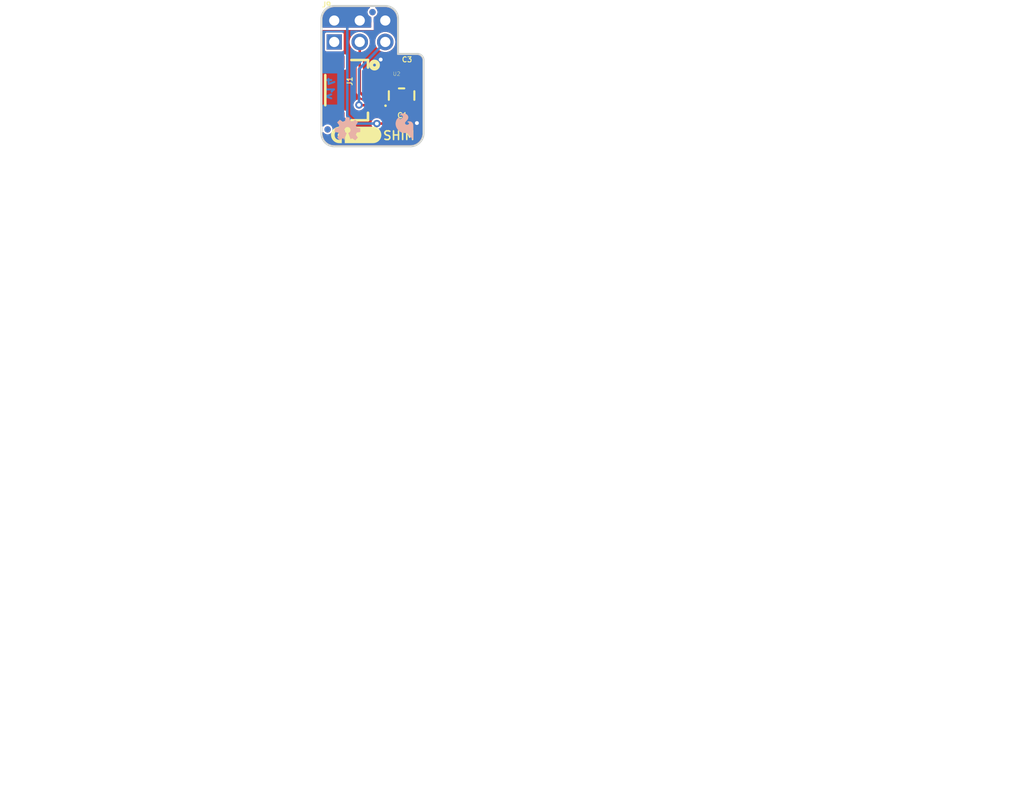
<source format=kicad_pcb>
(kicad_pcb (version 20221018) (generator pcbnew)
  (layers (0 "F.Cu" signal) (31 "B.Cu" signal) (34 "B.Paste" user) (35 "F.Paste" user) (36 "B.SilkS" user "B.Silkscreen") (37 "F.SilkS" user "F.Silkscreen") (38 "B.Mask" user) (39 "F.Mask" user) (44 "Edge.Cuts" user))
  (net 0 "")
  (net 1 "GND")
  (net 2 "3.3V")
  (net 3 "SDA")
  (net 4 "SCL")
  (net 5 "5V")
  (net 6 "NC")
  (footprint "working:CREATIVE_COMMONS" (layer "F.Cu") (at 131.9911 125.9586)
    (fp_text reference "FRAME1" hide)
    (fp_text value "FRAME-LETTER" hide)
  )
  (footprint "working:QWIIC_5MM" (layer "F.Cu") (at 146.8501 110.8456)
    (fp_text reference "U$3" hide)
    (fp_text value "" hide)
    (fp_poly (pts (xy -1.543139 -0.196895) (xy -1.496736 -0.170153) (xy -1.45695 -0.133985) (xy -1.430394 -0.086247) (xy -1.415782 -0.035497) (xy -1.415607 -0.034697) (xy -1.407522 0.018338) (xy -1.412579 0.071371) (xy -1.412624 0.071732) (xy -1.420821 0.1251) (xy -1.447245 0.172789) (xy -1.480397 0.214263) (xy -1.524249 0.24736) (xy -1.576843 0.260657) (xy -1.630036 0.264569) (xy -1.683688 0.253523) (xy -1.730024 0.226662) (xy -1.76993 0.190613) (xy -1.796557 0.142918) (xy -1.811421 0.092263) (xy -1.811604 0.09144) (xy -1.819762 0.038409) (xy -1.814655 -0.014624) (xy -1.81461 -0.014981) (xy -1.806395 -0.068358) (xy -1.779814 -0.115981) (xy -1.74653 -0.157338) (xy -1.702557 -0.190259) (xy -1.650027 -0.20355) (xy -1.596816 -0.207921)) (fill solid) (layer "F.SilkS"))
    (fp_poly (pts (xy 1.716602 -0.800843) (xy 1.740705 -0.798411) (xy 1.845933 -0.787799) (xy 1.846379 -0.787738) (xy 1.898248 -0.778763) (xy 1.899048 -0.77857) (xy 2.000054 -0.747214) (xy 2.000455 -0.747075) (xy 2.049587 -0.72814) (xy 2.050332 -0.727796) (xy 2.143285 -0.677343) (xy 2.143684 -0.677107) (xy 2.188006 -0.648685) (xy 2.188619 -0.648238) (xy 2.270197 -0.580929) (xy 2.270593 -0.580574) (xy 2.308255 -0.543793) (xy 2.308716 -0.543291) (xy 2.376026 -0.461712) (xy 2.37639 -0.461225) (xy 2.405849 -0.417607) (xy 2.406168 -0.417082) (xy 2.456621 -0.324129) (xy 2.456908 -0.323527) (xy 2.477024 -0.274892) (xy 2.47722 -0.274348) (xy 2.508576 -0.173342) (xy 2.50874 -0.172696) (xy 2.51899 -0.121087) (xy 2.51908 -0.120487) (xy 2.529693 -0.015258) (xy 2.529724 -0.014725) (xy 2.530586 0.037889) (xy 2.530555 0.03863) (xy 2.519946 0.143858) (xy 2.519893 0.144254) (xy 2.511327 0.196208) (xy 2.511127 0.197057) (xy 2.479774 0.298063) (xy 2.479651 0.298419) (xy 2.461088 0.347706) (xy 2.460727 0.348497) (xy 2.410274 0.44145) (xy 2.410064 0.441808) (xy 2.381977 0.486355) (xy 2.381504 0.487009) (xy 2.314194 0.568587) (xy 2.313872 0.568948) (xy 2.277369 0.606892) (xy 2.276834 0.607388) (xy 2.195256 0.674698) (xy 2.194809 0.675035) (xy 2.151415 0.704828) (xy 2.15085 0.705174) (xy 2.057897 0.755627) (xy 2.05734 0.755895) (xy 2.008865 0.776383) (xy 2.008276 0.776599) (xy 1.907267 0.807955) (xy 1.906671 0.808108) (xy 1.855149 0.818768) (xy 1.854499 0.818868) (xy 1.749268 0.82948) (xy 1.749027 0.8295) (xy 1.696311 0.832794) (xy 1.695915 0.832806) (xy -1.053912 0.832806) (xy -1.111309 0.8336) (xy -1.111309 -0.436728) (xy -1.405616 -0.436728) (xy -1.406053 -0.431518) (xy -1.406053 -0.311401) (xy -1.448241 -0.350805) (xy -1.488301 -0.384172) (xy -1.532587 -0.411001) (xy -1.580765 -0.429975) (xy -1.631362 -0.441554) (xy -1.682988 -0.446411) (xy -1.787082 -0.438431) (xy -1.83679 -0.423362) (xy -1.885171 -0.404516) (xy -1.930522 -0.379257) (xy -1.970875 -0.346734) (xy -2.008059 -0.310605) (xy -2.038675 -0.268637) (xy -2.063993 -0.223217) (xy -2.085638 -0.175855) (xy -2.098937 -0.125417) (xy -2.110424 -0.074528) (xy -2.116902 0.029922) (xy -2.107061 0.134116) (xy -2.09457 0.184769) (xy -2.078508 0.23433) (xy -2.057009 0.281777) (xy -2.029336 0.325791) (xy -1.99854 0.367616) (xy -1.959883 0.40228) (xy -1.918105 0.433026) (xy -1.872839 0.458456) (xy -1.82377 0.475454) (xy -1.773619 0.489104) (xy -1.721682 0.494023) (xy -1.669626 0.496153) (xy -1.618044 0.490453) (xy -1.567809 0.477783) (xy -1.520645 0.4565) (xy -1.477367 0.428125) (xy -1.439217 0.39277) (xy -1.406053 0.357039) (xy -1.406053 0.811509) (xy -1.405808 0.832812) (xy -1.661856 0.832812) (xy -1.662488 0.83278) (xy -1.820949 0.816922) (xy -1.973915 0.770854) (xy -2.115005 0.695923) (xy -2.238918 0.595026) (xy -2.340843 0.471901) (xy -2.416593 0.331148) (xy -2.463555 0.178348) (xy -2.479593 0.019253) (xy -2.464227 -0.139757) (xy -2.450136 -0.191138) (xy -2.450077 -0.191341) (xy -2.418571 -0.292838) (xy -2.394823 -0.340494) (xy -2.394721 -0.340691) (xy -2.343989 -0.434158) (xy -2.243459 -0.558269) (xy -2.120715 -0.660616) (xy -1.980252 -0.736947) (xy -1.827528 -0.784325) (xy -1.669049 -0.800302) (xy -1.668477 -0.800334) (xy -1.615621 -0.800875) (xy 1.715965 -0.800875)) (fill solid) (layer "F.SilkS"))
  )
  (footprint "working:1X04_1MM_RA" (layer "F.Cu") (at 148.3995 106.4006 -90)
    (fp_text reference "J1" (at -1.397 2.159 90) (layer "F.SilkS") (effects (font (size 0.512064 0.512064) (thickness 0.097536)) (justify right)))
    (fp_text value "Qwiic Right Angle")
    (fp_line (start -3 0.35) (end -2.25 0.35) (stroke (width 0.254)) (layer "F.SilkS"))
    (fp_line (start -3 2) (end -3 0.35) (stroke (width 0.254)) (layer "F.SilkS"))
    (fp_line (start -1.5 4.6) (end 1.5 4.6) (stroke (width 0.254)) (layer "F.SilkS"))
    (fp_line (start 2.25 0.35) (end 3 0.35) (stroke (width 0.254)) (layer "F.SilkS"))
    (fp_line (start 3 0.35) (end 3 2) (stroke (width 0.254)) (layer "F.SilkS"))
    (fp_circle (center -2.5 -0.3) (end -2.3586 -0.3) (stroke (width 0.4)) (fill none) (layer "F.SilkS"))
    (pad "1" smd rect (at -1.5 0 270) (size 0.6 1.35) (layers "F.Cu" "F.Paste" "F.Mask") (net 1 "GND"))
    (pad "2" smd rect (at -0.5 0 270) (size 0.6 1.35) (layers "F.Cu" "F.Paste" "F.Mask") (net 2 "3.3V"))
    (pad "3" smd rect (at 0.5 0 270) (size 0.6 1.35) (layers "F.Cu" "F.Paste" "F.Mask") (net 3 "SDA"))
    (pad "4" smd rect (at 1.5 0 270) (size 0.6 1.35) (layers "F.Cu" "F.Paste" "F.Mask") (net 4 "SCL"))
    (pad "NC1" smd rect (at 2.8 3.675 270) (size 1.2 2) (layers "F.Cu" "F.Paste" "F.Mask"))
    (pad "NC2" smd rect (at -2.8 3.675 270) (size 1.2 2) (layers "F.Cu" "F.Paste" "F.Mask"))
  )
  (footprint "working:0603" (layer "F.Cu") (at 150.9141 109.6772)
    (fp_text reference "C1" (at 0 -0.762) (layer "F.SilkS") (effects (font (size 0.512064 0.512064) (thickness 0.097536)) (justify left)))
    (fp_text value "1.0uF")
    (pad "1" smd rect (at -0.85 0) (size 1.1 1) (layers "F.Cu" "F.Paste" "F.Mask") (net 5 "5V"))
    (pad "2" smd rect (at 0.85 0) (size 1.1 1) (layers "F.Cu" "F.Paste" "F.Mask") (net 1 "GND"))
  )
  (footprint "working:SOT23-5" (layer "F.Cu") (at 151.3967 106.934)
    (fp_text reference "U2" (at -0.889 -2.159) (layer "F.SilkS") (effects (font (size 0.376489 0.376489) (thickness 0.029911)) (justify left)))
    (fp_text value "3.3V/600mA")
    (fp_line (start -1.27 0.4294) (end -1.27 -0.4294) (stroke (width 0.2032)) (layer "F.SilkS"))
    (fp_line (start -0.2684 -0.7088) (end 0.2684 -0.7088) (stroke (width 0.2032)) (layer "F.SilkS"))
    (fp_line (start 1.27 -0.4294) (end 1.27 0.4294) (stroke (width 0.2032)) (layer "F.SilkS"))
    (fp_circle (center -1.6002 1.016) (end -1.5367 1.016) (stroke (width 0.127)) (fill solid) (layer "F.SilkS"))
    (pad "1" smd rect (at -0.95 1.3001) (size 0.55 1.2) (layers "F.Cu" "F.Paste" "F.Mask") (net 5 "5V"))
    (pad "2" smd rect (at 0 1.3001) (size 0.55 1.2) (layers "F.Cu" "F.Paste" "F.Mask") (net 1 "GND"))
    (pad "3" smd rect (at 0.95 1.3001) (size 0.55 1.2) (layers "F.Cu" "F.Paste" "F.Mask") (net 5 "5V"))
    (pad "4" smd rect (at 0.95 -1.3001) (size 0.55 1.2) (layers "F.Cu" "F.Paste" "F.Mask"))
    (pad "5" smd rect (at -0.95 -1.3001) (size 0.55 1.2) (layers "F.Cu" "F.Paste" "F.Mask") (net 2 "3.3V"))
  )
  (footprint "working:0603" (layer "F.Cu") (at 151.3713 104.1146)
    (fp_text reference "C3" (at 0 -0.762) (layer "F.SilkS") (effects (font (size 0.512064 0.512064) (thickness 0.097536)) (justify left)))
    (fp_text value "1.0uF")
    (pad "1" smd rect (at -0.85 0) (size 1.1 1) (layers "F.Cu" "F.Paste" "F.Mask") (net 2 "3.3V"))
    (pad "2" smd rect (at 0.85 0) (size 1.1 1) (layers "F.Cu" "F.Paste" "F.Mask") (net 1 "GND"))
  )
  (footprint "working:SPARKFUN-CONNECTORS_2X3-NS_PISHIM_LOCKING_SLOTS-4MILS" (layer "F.Cu") (at 147.2311 100.5586)
    (fp_text reference "J9" (at -3.81 -2.667) (layer "F.SilkS") (effects (font (size 0.512064 0.512064) (thickness 0.097536)) (justify left)))
    (fp_text value "")
    (pad "1" thru_hole rect (at -2.54 1.0414) (size 1.524 1.524) (drill 1.016) (layers "*.Cu" "*.Mask") (net 6 "NC"))
    (pad "2" thru_hole oval (at -2.54 -1.0922) (size 2.3368 1.1684) (drill 1.016) (layers "*.Cu") (net 5 "5V"))
    (pad "3" thru_hole circle (at 0 1.0414) (size 1.651 1.651) (drill 1.016) (layers "*.Cu" "*.Mask") (net 3 "SDA"))
    (pad "4" thru_hole oval (at 0 -1.0922) (size 2.3368 1.1684) (drill 1.016) (layers "*.Cu") (net 5 "5V"))
    (pad "5" thru_hole circle (at 2.54 1.0414) (size 1.651 1.651) (drill 1.016) (layers "*.Cu" "*.Mask") (net 4 "SCL"))
    (pad "6" thru_hole oval (at 2.54 -1.0922) (size 2.3368 1.1684) (drill 1.016) (layers "*.Cu") (net 1 "GND"))
  )
  (footprint "working:ORDERING_INSTRUCTIONS" (layer "F.Cu") (at 111.6711 127.2286)
    (fp_text reference "U$4" hide)
    (fp_text value "SPECIAL_INSTRUCTIONS-ORDERING" hide)
  )
  (footprint "working:FIDUCIAL-MICRO" (layer "F.Cu") (at 148.5011 98.6282 180)
    (fp_text reference "FD1" hide)
    (fp_text value "FIDUCIALUFIDUCIAL" hide)
    (pad "1" smd roundrect (at 0 0 180) (size 0.635 0.635) (layers "F.Cu" "F.Mask") (roundrect_rratio 0.5))
  )
  (footprint "working:FIDUCIAL-MICRO" (layer "F.Cu") (at 144.0307 110.3122 180)
    (fp_text reference "FD2" hide)
    (fp_text value "FIDUCIALUFIDUCIAL" hide)
    (pad "1" smd roundrect (at 0 0 180) (size 0.635 0.635) (layers "F.Cu" "F.Mask") (roundrect_rratio 0.5))
  )
  (footprint "working:SFE_LOGO_FLAME_.1" (layer "B.Cu") (at 152.8445 111.633 180)
    (fp_text reference "U$1" hide)
    (fp_text value "SFE_LOGO_FLAME.1_INCH" hide)
    (fp_poly (pts (xy 1.412844 2.906175) (xy 1.560112 2.832541) (xy 1.605026 2.798855) (xy 1.681982 2.7219) (xy 1.571006 2.7219) (xy 1.551005 2.7319) (xy 1.504689 2.7319) (xy 1.469241 2.723038) (xy 1.467472 2.72264) (xy 1.422477 2.713641) (xy 1.39011 2.697457) (xy 1.35808 2.673435) (xy 1.343019 2.650843) (xy 1.335288 2.635381) (xy 1.3281 2.613817) (xy 1.3281 2.564689) (xy 1.335361 2.535643) (xy 1.369607 2.484275) (xy 1.425028 2.428854) (xy 1.462016 2.401113) (xy 1.489157 2.383019) (xy 1.523301 2.365947) (xy 1.594689 2.3481) (xy 1.613817 2.3481) (xy 1.629418 2.3533) (xy 1.648687 2.372569) (xy 1.654712 2.384619) (xy 1.6619 2.406183) (xy 1.6619 2.558742) (xy 1.804838 2.469406) (xy 1.890505 2.373031) (xy 1.964662 2.256498) (xy 2.016145 2.102048) (xy 2.017447 2.097021) (xy 2.048309 1.932428) (xy 2.037811 1.753974) (xy 1.985628 1.555678) (xy 1.881878 1.368928) (xy 1.810074 1.276609) (xy 1.806941 1.273059) (xy 1.726941 1.193059) (xy 1.725089 1.191327) (xy 1.642524 1.119083) (xy 1.536984 1.055759) (xy 1.43415 1.014625) (xy 1.430025 1.013242) (xy 1.320025 0.983242) (xy 1.316264 0.982418) (xy 1.193153 0.9619) (xy 1.003156 0.9619) (xy 0.953396 0.953606) (xy 0.863627 0.899745) (xy 0.767974 0.804092) (xy 0.648928 0.665205) (xy 0.646941 0.663059) (xy 0.528159 0.544277) (xy 0.479269 0.485609) (xy 0.476941 0.483059) (xy 0.430255 0.436373) (xy 0.400257 0.386376) (xy 0.2819 0.268018) (xy 0.2819 1.73) (xy 0.282194 1.734726) (xy 0.292559 1.817641) (xy 0.314746 1.895296) (xy 0.380852 2.005474) (xy 0.436199 2.049751) (xy 0.43714 2.05048) (xy 0.481171 2.083503) (xy 0.539098 2.106674) (xy 0.592528 2.11736) (xy 0.593736 2.117582) (xy 0.656847 2.1281) (xy 0.788994 2.1281) (xy 0.884319 2.080438) (xy 0.832569 2.028687) (xy 0.784617 2.004711) (xy 0.760581 1.996699) (xy 0.7133 1.949418) (xy 0.7081 1.933817) (xy 0.7081 1.906183) (xy 0.714531 1.886888) (xy 0.729607 1.864275) (xy 0.781411 1.81247) (xy 0.820903 1.796673) (xy 0.863772 1.7881) (xy 0.935311 1.7881) (xy 1.004356 1.805361) (xy 1.053943 1.838419) (xy 1.086003 1.878494) (xy 1.1019 1.926183) (xy 1.1019 1.983091) (xy 1.077224 2.048894) (xy 1.013059 2.113059) (xy 1.011524 2.114688) (xy 0.931524 2.204688) (xy 0.858661 2.287958) (xy 0.804008 2.386334) (xy 0.7819 2.485818) (xy 0.7819 2.576183) (xy 0.815289 2.676349) (xy 0.871274 2.765925) (xy 0.969046 2.84197) (xy 1.087145 2.906387) (xy 1.206565 2.9281) (xy 1.314182 2.9281)) (fill solid) (layer "B.SilkS"))
  )
  (footprint "working:OSHW-LOGO-MINI" (layer "B.Cu") (at 146.0119 110.363 180)
    (fp_text reference "LOGO1" hide)
    (fp_text value "OSHW-LOGOMINI" hide)
    (fp_poly (pts (xy 0.248928 0.903689) (xy 0.26557 0.895368) (xy 0.275571 0.895368) (xy 0.29557 0.885368) (xy 0.305571 0.885368) (xy 0.32557 0.875368) (xy 0.35234 0.875368) (xy 0.36911 0.858598) (xy 0.37557 0.855368) (xy 0.385571 0.855368) (xy 0.41911 0.838598) (xy 0.42911 0.828598) (xy 0.43557 0.825368) (xy 0.445571 0.825368) (xy 0.467713 0.814296) (xy 0.760503 1.01622) (xy 1.036814 0.751922) (xy 0.823852 0.457832) (xy 0.82783 0.449878) (xy 0.8446 0.433108) (xy 0.8446 0.413108) (xy 0.84783 0.409878) (xy 0.85783 0.389878) (xy 0.8746 0.373108) (xy 0.8746 0.353108) (xy 0.8846 0.343108) (xy 0.8846 0.316338) (xy 0.88783 0.309878) (xy 0.9046 0.293108) (xy 0.9046 0.273108) (xy 0.9146 0.263108) (xy 0.9146 0.239558) (xy 1.2746 0.179559) (xy 1.2746 -0.204671) (xy 0.9146 -0.266385) (xy 0.9146 -0.271602) (xy 0.9046 -0.291601) (xy 0.9046 -0.301602) (xy 0.8946 -0.321601) (xy 0.8946 -0.331602) (xy 0.8746 -0.371601) (xy 0.8746 -0.381602) (xy 0.85783 -0.415141) (xy 0.84783 -0.425141) (xy 0.8446 -0.431601) (xy 0.8446 -0.441602) (xy 0.82783 -0.475141) (xy 0.822488 -0.480482) (xy 1.036774 -0.766197) (xy 0.761086 -1.041885) (xy 0.465167 -0.837803) (xy 0.45234 -0.850631) (xy 0.44234 -0.850631) (xy 0.43234 -0.860631) (xy 0.41234 -0.860631) (xy 0.40234 -0.870631) (xy 0.39234 -0.870631) (xy 0.38234 -0.880631) (xy 0.37234 -0.880631) (xy 0.3646 -0.888371) (xy 0.3646 -1.074642) (xy 0.079132 -0.303879) (xy 0.16409 -0.2614) (xy 0.18409 -0.241401) (xy 0.20409 -0.231401) (xy 0.23537 -0.200121) (xy 0.24537 -0.180121) (xy 0.26537 -0.160121) (xy 0.271403 -0.148055) (xy 0.281404 -0.118052) (xy 0.2886 -0.10366) (xy 0.2886 -0.086464) (xy 0.2986 -0.056464) (xy 0.2986 0.021201) (xy 0.2886 0.051201) (xy 0.2886 0.075862) (xy 0.272159 0.100524) (xy 0.262159 0.130523) (xy 0.227068 0.18316) (xy 0.192391 0.217837) (xy 0.139755 0.252927) (xy 0.109756 0.262927) (xy 0.085094 0.279368) (xy 0.060433 0.279368) (xy 0.030433 0.289368) (xy -0.028724 0.289368) (xy -0.068722 0.279368) (xy -0.091894 0.279368) (xy -0.116556 0.262927) (xy -0.146555 0.252927) (xy -0.169192 0.237836) (xy -0.189191 0.217837) (xy -0.219191 0.197836) (xy -0.233868 0.18316) (xy -0.268959 0.130523) (xy -0.3054 0.021201) (xy -0.3054 -0.026464) (xy -0.2954 -0.056464) (xy -0.2954 -0.08366) (xy -0.278204 -0.118052) (xy -0.268203 -0.148055) (xy -0.25217 -0.180121) (xy -0.23217 -0.200121) (xy -0.22217 -0.220121) (xy -0.21089 -0.231401) (xy -0.19089 -0.241401) (xy -0.17089 -0.261401) (xy -0.138824 -0.277433) (xy -0.074125 -0.299) (xy -0.308354 -0.931417) (xy -0.34914 -0.890631) (xy -0.36914 -0.890631) (xy -0.37914 -0.880631) (xy -0.38914 -0.880631) (xy -0.39914 -0.870631) (xy -0.40914 -0.870631) (xy -0.41914 -0.860631) (xy -0.42914 -0.860631) (xy -0.43914 -0.850631) (xy -0.44914 -0.850631) (xy -0.45914 -0.840631) (xy -0.46914 -0.840631) (xy -0.471967 -0.837803) (xy -0.76848 -1.042295) (xy -1.032615 -0.766154) (xy -0.82762 -0.479161) (xy -0.8314 -0.471602) (xy -0.8314 -0.461601) (xy -0.83463 -0.455141) (xy -0.84463 -0.445141) (xy -0.85463 -0.425141) (xy -0.8714 -0.408371) (xy -0.8714 -0.388371) (xy -0.8814 -0.378371) (xy -0.8814 -0.351601) (xy -0.88463 -0.345141) (xy -0.9014 -0.328371) (xy -0.9014 -0.308371) (xy -0.9114 -0.298371) (xy -0.9114 -0.271601) (xy -0.914252 -0.265896) (xy -1.2714 -0.204671) (xy -1.2714 0.179408) (xy -0.919721 0.239696) (xy -0.9114 0.256338) (xy -0.9114 0.266339) (xy -0.9014 0.286338) (xy -0.9014 0.296339) (xy -0.8814 0.336338) (xy -0.8814 0.346339) (xy -0.86463 0.379878) (xy -0.8614 0.383108) (xy -0.8614 0.403108) (xy -0.84463 0.419878) (xy -0.83463 0.439878) (xy -0.8314 0.443108) (xy -0.8314 0.460035) (xy -1.032654 0.751854) (xy -0.767886 1.016622) (xy -0.471967 0.81254) (xy -0.45914 0.825368) (xy -0.43914 0.825368) (xy -0.43591 0.828598) (xy -0.41591 0.838598) (xy -0.39914 0.855368) (xy -0.37914 0.855368) (xy -0.37591 0.858598) (xy -0.342371 0.875368) (xy -0.33237 0.875368) (xy -0.312371 0.885368) (xy -0.29914 0.885368) (xy -0.28914 0.895368) (xy -0.26237 0.895368) (xy -0.256665 0.89822) (xy -0.19544 1.255368) (xy 0.18864 1.255368)) (fill solid) (layer "B.SilkS"))
  )
  (footprint "working:FIDUCIAL-MICRO" (layer "B.Cu") (at 148.5011 98.6282 180)
    (fp_text reference "FD4" hide)
    (fp_text value "FIDUCIALUFIDUCIAL" hide)
    (pad "1" smd roundrect (at 0 0 180) (size 0.635 0.635) (layers "B.Cu" "B.Mask") (roundrect_rratio 0.5))
  )
  (footprint "working:FIDUCIAL-MICRO" (layer "B.Cu") (at 144.0307 110.3122 180)
    (fp_text reference "FD3" hide)
    (fp_text value "FIDUCIALUFIDUCIAL" hide)
    (pad "1" smd roundrect (at 0 0 180) (size 0.635 0.635) (layers "B.Cu" "B.Mask") (roundrect_rratio 0.5))
  )
  (gr_arc (start 153.581099 110.718601) (mid 153.200099 111.6076) (end 152.3111 111.9886) (stroke (width 0.2032)) (layer "Edge.Cuts"))
  (gr_line (start 151.0411 102.7938) (end 152.9461 102.7938) (stroke (width 0.2032)) (layer "Edge.Cuts"))
  (gr_line (start 143.4211 110.7186) (end 143.4211 99.2886) (stroke (width 0.2032)) (layer "Edge.Cuts"))
  (gr_arc (start 152.9461 102.7938) (mid 153.389852 102.967087) (end 153.5811 103.4034) (stroke (width 0.2032)) (layer "Edge.Cuts"))
  (gr_line (start 149.7711 98.0186) (end 144.6911 98.0186) (stroke (width 0.2032)) (layer "Edge.Cuts"))
  (gr_line (start 153.5811 103.4034) (end 153.5811 110.7186) (stroke (width 0.2032)) (layer "Edge.Cuts"))
  (gr_line (start 152.3111 111.9886) (end 144.6911 111.9886) (stroke (width 0.2032)) (layer "Edge.Cuts"))
  (gr_arc (start 143.421099 99.288599) (mid 143.8021 98.399599) (end 144.6911 98.0186) (stroke (width 0.2032)) (layer "Edge.Cuts"))
  (gr_arc (start 144.6911 111.9886) (mid 143.793074 111.616626) (end 143.4211 110.7186) (stroke (width 0.2032)) (layer "Edge.Cuts"))
  (gr_arc (start 149.7711 98.0186) (mid 150.669126 98.390574) (end 151.0411 99.2886) (stroke (width 0.2032)) (layer "Edge.Cuts"))
  (gr_line (start 151.0411 102.7938) (end 151.0411 99.2886) (stroke (width 0.2032)) (layer "Edge.Cuts"))
  (gr_text "v14" (at 144.6911 105.029 -90) (layer "B.Cu") (effects (font (size 0.8128 0.8128) (thickness 0.2032)) (justify right top mirror)))
  (gr_text "SHIM" (at 149.4663 111.4298) (layer "F.SilkS") (effects (font (size 0.8636 0.8636) (thickness 0.1524)) (justify left bottom)))
  (segment (start 148.8313 100.2284) (end 148.8059 100.2284) (width 0.254) (layer "F.Cu") (net 1))
  (segment (start 151.3967 109.3098) (end 151.7641 109.6772) (width 0.254) (layer "F.Cu") (net 1))
  (segment (start 151.3967 108.2341) (end 151.3967 109.3098) (width 0.254) (layer "F.Cu") (net 1))
  (via (at 152.9207 109.6772) (size 0.7366) (drill 0.381) (layers "F.Cu" "B.Cu") (net 1))
  (via (at 149.3139 103.3526) (size 0.7366) (drill 0.381) (layers "F.Cu" "B.Cu") (net 1))
  (segment (start 150.4467 105.6339) (end 150.4467 104.1892) (width 0.254) (layer "F.Cu") (net 2))
  (segment (start 149.9028 105.6339) (end 150.4467 105.6339) (width 0.254) (layer "F.Cu") (net 2))
  (segment (start 150.4467 104.1892) (end 150.5213 104.1146) (width 0.254) (layer "F.Cu") (net 2))
  (segment (start 149.6361 105.9006) (end 149.9028 105.6339) (width 0.254) (layer "F.Cu") (net 2))
  (segment (start 148.3995 105.9006) (end 149.6361 105.9006) (width 0.254) (layer "F.Cu") (net 2))
  (segment (start 147.2311 104.3686) (end 147.2311 101.6) (width 0.254) (layer "F.Cu") (net 3))
  (segment (start 148.3995 106.9006) (end 147.5279 106.9006) (width 0.254) (layer "F.Cu") (net 3))
  (segment (start 147.2311 106.6038) (end 147.2311 104.3686) (width 0.254) (layer "F.Cu") (net 3))
  (segment (start 147.5279 106.9006) (end 147.2311 106.6038) (width 0.254) (layer "F.Cu") (net 3))
  (segment (start 148.3995 107.9006) (end 147.1817 107.9006) (width 0.254) (layer "F.Cu") (net 4))
  (segment (start 147.1817 107.9006) (end 147.1549 107.8738) (width 0.254) (layer "F.Cu") (net 4))
  (via (at 147.1549 107.8738) (size 0.7366) (drill 0.381) (layers "F.Cu" "B.Cu") (net 4))
  (segment (start 147.1549 107.8738) (end 147.1549 104.3178) (width 0.254) (layer "B.Cu") (net 4))
  (segment (start 147.1549 104.3178) (end 149.7711 101.6) (width 0.254) (layer "B.Cu") (net 4))
  (segment (start 150.6093 107.315) (end 152.1841 107.315) (width 0.254) (layer "F.Cu") (net 5))
  (segment (start 150.4467 108.2341) (end 150.4467 107.4776) (width 0.254) (layer "F.Cu") (net 5))
  (segment (start 152.3467 107.4776) (end 152.3467 108.2341) (width 0.254) (layer "F.Cu") (net 5))
  (segment (start 150.4467 108.2341) (end 150.4467 109.2946) (width 0.254) (layer "F.Cu") (net 5))
  (segment (start 150.4467 109.2946) (end 150.0641 109.6772) (width 0.254) (layer "F.Cu") (net 5))
  (segment (start 150.0641 109.6772) (end 150.0133 109.728) (width 0.254) (layer "F.Cu") (net 5))
  (segment (start 150.0133 109.728) (end 148.9329 109.728) (width 0.254) (layer "F.Cu") (net 5))
  (segment (start 152.1841 107.315) (end 152.3467 107.4776) (width 0.254) (layer "F.Cu") (net 5))
  (segment (start 150.4467 107.4776) (end 150.6093 107.315) (width 0.254) (layer "F.Cu") (net 5))
  (via (at 148.9329 109.728) (size 0.7366) (drill 0.381) (layers "F.Cu" "B.Cu") (net 5))
  (segment (start 146.7739 109.728) (end 148.9329 109.728) (width 0.254) (layer "B.Cu") (net 5))
  (segment (start 145.9865 99.4664) (end 147.2311 99.4664) (width 0.254) (layer "B.Cu") (net 5))
  (segment (start 145.9865 108.9406) (end 145.9865 99.4664) (width 0.254) (layer "B.Cu") (net 5))
  (segment (start 146.7739 109.728) (end 145.9865 108.9406) (width 0.254) (layer "B.Cu") (net 5))
  (zone (net 5) (net_name "5V") (layer "F.Cu") (priority 6) (connect_pads (clearance 0.000001)) (min_thickness 0.1016) (fill yes (thermal_gap 0.2532) (thermal_bridge_width 0.2532))
    (polygon (pts (xy 148.3741 100.1776) (xy 143.3195 100.1776) (xy 143.3195 97.917) (xy 148.3741 97.917)))
  )
  (zone (net 1) (net_name "GND") (layer "F.Cu") (priority 6) (connect_pads (clearance 0.000001)) (min_thickness 0.127) (fill yes (thermal_gap 0.304) (thermal_bridge_width 0.304))
    (polygon (pts (xy 153.7081 112.1156) (xy 143.2941 112.1156) (xy 143.2941 100.4062) (xy 148.6281 100.4062) (xy 148.6281 97.8916) (xy 153.7081 97.8916)))
  )
  (zone (net 5) (net_name "5V") (layer "B.Cu") (priority 6) (connect_pads (clearance 0.000001)) (min_thickness 0.1016) (fill yes (thermal_gap 0.2532) (thermal_bridge_width 0.2532))
    (polygon (pts (xy 148.3741 100.1776) (xy 143.3195 100.1776) (xy 143.3195 97.917) (xy 148.3741 97.917)))
  )
  (zone (net 1) (net_name "GND") (layer "B.Cu") (priority 6) (connect_pads (clearance 0.000001)) (min_thickness 0.127) (fill yes (thermal_gap 0.304) (thermal_bridge_width 0.304))
    (polygon (pts (xy 153.7081 112.1156) (xy 143.3195 112.1156) (xy 143.3195 100.463287) (xy 148.220879 100.431603) (xy 148.6281 100.431601) (xy 148.6281 97.8916) (xy 153.7081 97.8916)))
  )
)
</source>
